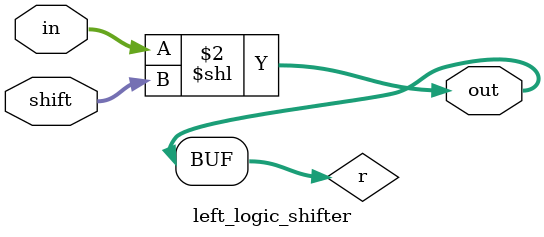
<source format=sv>
module left_logic_shifter

#(parameter W=3)
(
  input logic [W-1:0] in,
  input logic [W-1:0] shift,
  output logic [W-1:0] out
);

logic [W-1:0] r;

always_comb begin
  r = in << shift;
end

assign out = r;

endmodule

</source>
